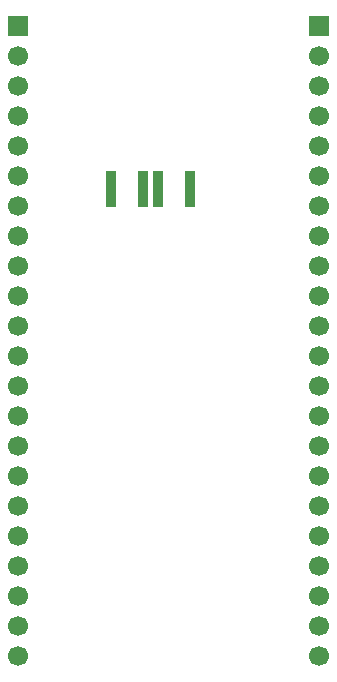
<source format=gbr>
%TF.GenerationSoftware,KiCad,Pcbnew,9.0.2*%
%TF.CreationDate,2025-07-02T00:41:41+02:00*%
%TF.ProjectId,flex_aufsatz,666c6578-5f61-4756-9673-61747a2e6b69,rev?*%
%TF.SameCoordinates,Original*%
%TF.FileFunction,Soldermask,Bot*%
%TF.FilePolarity,Negative*%
%FSLAX46Y46*%
G04 Gerber Fmt 4.6, Leading zero omitted, Abs format (unit mm)*
G04 Created by KiCad (PCBNEW 9.0.2) date 2025-07-02 00:41:41*
%MOMM*%
%LPD*%
G01*
G04 APERTURE LIST*
%ADD10C,0.010000*%
%ADD11R,1.700000X1.700000*%
%ADD12C,1.700000*%
G04 APERTURE END LIST*
D10*
%TO.C,J4*%
X106610000Y-110665000D02*
X105850000Y-110665000D01*
X105850000Y-110215000D01*
X106610000Y-110215000D01*
X106610000Y-110665000D01*
G36*
X106610000Y-110665000D02*
G01*
X105850000Y-110665000D01*
X105850000Y-110215000D01*
X106610000Y-110215000D01*
X106610000Y-110665000D01*
G37*
X106610000Y-111080000D02*
X105850000Y-111080000D01*
X105850000Y-110750000D01*
X106610000Y-110750000D01*
X106610000Y-111080000D01*
G36*
X106610000Y-111080000D02*
G01*
X105850000Y-111080000D01*
X105850000Y-110750000D01*
X106610000Y-110750000D01*
X106610000Y-111080000D01*
G37*
X106610000Y-111480000D02*
X105850000Y-111480000D01*
X105850000Y-111150000D01*
X106610000Y-111150000D01*
X106610000Y-111480000D01*
G36*
X106610000Y-111480000D02*
G01*
X105850000Y-111480000D01*
X105850000Y-111150000D01*
X106610000Y-111150000D01*
X106610000Y-111480000D01*
G37*
X106610000Y-111880000D02*
X105850000Y-111880000D01*
X105850000Y-111550000D01*
X106610000Y-111550000D01*
X106610000Y-111880000D01*
G36*
X106610000Y-111880000D02*
G01*
X105850000Y-111880000D01*
X105850000Y-111550000D01*
X106610000Y-111550000D01*
X106610000Y-111880000D01*
G37*
X106610000Y-112280000D02*
X105850000Y-112280000D01*
X105850000Y-111950000D01*
X106610000Y-111950000D01*
X106610000Y-112280000D01*
G36*
X106610000Y-112280000D02*
G01*
X105850000Y-112280000D01*
X105850000Y-111950000D01*
X106610000Y-111950000D01*
X106610000Y-112280000D01*
G37*
X106610000Y-112680000D02*
X105850000Y-112680000D01*
X105850000Y-112350000D01*
X106610000Y-112350000D01*
X106610000Y-112680000D01*
G36*
X106610000Y-112680000D02*
G01*
X105850000Y-112680000D01*
X105850000Y-112350000D01*
X106610000Y-112350000D01*
X106610000Y-112680000D01*
G37*
X106610000Y-113215000D02*
X105850000Y-113215000D01*
X105850000Y-112765000D01*
X106610000Y-112765000D01*
X106610000Y-113215000D01*
G36*
X106610000Y-113215000D02*
G01*
X105850000Y-113215000D01*
X105850000Y-112765000D01*
X106610000Y-112765000D01*
X106610000Y-113215000D01*
G37*
X109320000Y-110665000D02*
X108560000Y-110665000D01*
X108560000Y-110215000D01*
X109320000Y-110215000D01*
X109320000Y-110665000D01*
G36*
X109320000Y-110665000D02*
G01*
X108560000Y-110665000D01*
X108560000Y-110215000D01*
X109320000Y-110215000D01*
X109320000Y-110665000D01*
G37*
X109320000Y-111080000D02*
X108560000Y-111080000D01*
X108560000Y-110750000D01*
X109320000Y-110750000D01*
X109320000Y-111080000D01*
G36*
X109320000Y-111080000D02*
G01*
X108560000Y-111080000D01*
X108560000Y-110750000D01*
X109320000Y-110750000D01*
X109320000Y-111080000D01*
G37*
X109320000Y-111480000D02*
X108560000Y-111480000D01*
X108560000Y-111150000D01*
X109320000Y-111150000D01*
X109320000Y-111480000D01*
G36*
X109320000Y-111480000D02*
G01*
X108560000Y-111480000D01*
X108560000Y-111150000D01*
X109320000Y-111150000D01*
X109320000Y-111480000D01*
G37*
X109320000Y-111880000D02*
X108560000Y-111880000D01*
X108560000Y-111550000D01*
X109320000Y-111550000D01*
X109320000Y-111880000D01*
G36*
X109320000Y-111880000D02*
G01*
X108560000Y-111880000D01*
X108560000Y-111550000D01*
X109320000Y-111550000D01*
X109320000Y-111880000D01*
G37*
X109320000Y-112280000D02*
X108560000Y-112280000D01*
X108560000Y-111950000D01*
X109320000Y-111950000D01*
X109320000Y-112280000D01*
G36*
X109320000Y-112280000D02*
G01*
X108560000Y-112280000D01*
X108560000Y-111950000D01*
X109320000Y-111950000D01*
X109320000Y-112280000D01*
G37*
X109320000Y-112680000D02*
X108560000Y-112680000D01*
X108560000Y-112350000D01*
X109320000Y-112350000D01*
X109320000Y-112680000D01*
G36*
X109320000Y-112680000D02*
G01*
X108560000Y-112680000D01*
X108560000Y-112350000D01*
X109320000Y-112350000D01*
X109320000Y-112680000D01*
G37*
X109320000Y-113215000D02*
X108560000Y-113215000D01*
X108560000Y-112765000D01*
X109320000Y-112765000D01*
X109320000Y-113215000D01*
G36*
X109320000Y-113215000D02*
G01*
X108560000Y-113215000D01*
X108560000Y-112765000D01*
X109320000Y-112765000D01*
X109320000Y-113215000D01*
G37*
%TO.C,J3*%
X102560000Y-110665000D02*
X101800000Y-110665000D01*
X101800000Y-110215000D01*
X102560000Y-110215000D01*
X102560000Y-110665000D01*
G36*
X102560000Y-110665000D02*
G01*
X101800000Y-110665000D01*
X101800000Y-110215000D01*
X102560000Y-110215000D01*
X102560000Y-110665000D01*
G37*
X102560000Y-111080000D02*
X101800000Y-111080000D01*
X101800000Y-110750000D01*
X102560000Y-110750000D01*
X102560000Y-111080000D01*
G36*
X102560000Y-111080000D02*
G01*
X101800000Y-111080000D01*
X101800000Y-110750000D01*
X102560000Y-110750000D01*
X102560000Y-111080000D01*
G37*
X102560000Y-111480000D02*
X101800000Y-111480000D01*
X101800000Y-111150000D01*
X102560000Y-111150000D01*
X102560000Y-111480000D01*
G36*
X102560000Y-111480000D02*
G01*
X101800000Y-111480000D01*
X101800000Y-111150000D01*
X102560000Y-111150000D01*
X102560000Y-111480000D01*
G37*
X102560000Y-111880000D02*
X101800000Y-111880000D01*
X101800000Y-111550000D01*
X102560000Y-111550000D01*
X102560000Y-111880000D01*
G36*
X102560000Y-111880000D02*
G01*
X101800000Y-111880000D01*
X101800000Y-111550000D01*
X102560000Y-111550000D01*
X102560000Y-111880000D01*
G37*
X102560000Y-112280000D02*
X101800000Y-112280000D01*
X101800000Y-111950000D01*
X102560000Y-111950000D01*
X102560000Y-112280000D01*
G36*
X102560000Y-112280000D02*
G01*
X101800000Y-112280000D01*
X101800000Y-111950000D01*
X102560000Y-111950000D01*
X102560000Y-112280000D01*
G37*
X102560000Y-112680000D02*
X101800000Y-112680000D01*
X101800000Y-112350000D01*
X102560000Y-112350000D01*
X102560000Y-112680000D01*
G36*
X102560000Y-112680000D02*
G01*
X101800000Y-112680000D01*
X101800000Y-112350000D01*
X102560000Y-112350000D01*
X102560000Y-112680000D01*
G37*
X102560000Y-113215000D02*
X101800000Y-113215000D01*
X101800000Y-112765000D01*
X102560000Y-112765000D01*
X102560000Y-113215000D01*
G36*
X102560000Y-113215000D02*
G01*
X101800000Y-113215000D01*
X101800000Y-112765000D01*
X102560000Y-112765000D01*
X102560000Y-113215000D01*
G37*
X105270000Y-110665000D02*
X104510000Y-110665000D01*
X104510000Y-110215000D01*
X105270000Y-110215000D01*
X105270000Y-110665000D01*
G36*
X105270000Y-110665000D02*
G01*
X104510000Y-110665000D01*
X104510000Y-110215000D01*
X105270000Y-110215000D01*
X105270000Y-110665000D01*
G37*
X105270000Y-111080000D02*
X104510000Y-111080000D01*
X104510000Y-110750000D01*
X105270000Y-110750000D01*
X105270000Y-111080000D01*
G36*
X105270000Y-111080000D02*
G01*
X104510000Y-111080000D01*
X104510000Y-110750000D01*
X105270000Y-110750000D01*
X105270000Y-111080000D01*
G37*
X105270000Y-111480000D02*
X104510000Y-111480000D01*
X104510000Y-111150000D01*
X105270000Y-111150000D01*
X105270000Y-111480000D01*
G36*
X105270000Y-111480000D02*
G01*
X104510000Y-111480000D01*
X104510000Y-111150000D01*
X105270000Y-111150000D01*
X105270000Y-111480000D01*
G37*
X105270000Y-111880000D02*
X104510000Y-111880000D01*
X104510000Y-111550000D01*
X105270000Y-111550000D01*
X105270000Y-111880000D01*
G36*
X105270000Y-111880000D02*
G01*
X104510000Y-111880000D01*
X104510000Y-111550000D01*
X105270000Y-111550000D01*
X105270000Y-111880000D01*
G37*
X105270000Y-112280000D02*
X104510000Y-112280000D01*
X104510000Y-111950000D01*
X105270000Y-111950000D01*
X105270000Y-112280000D01*
G36*
X105270000Y-112280000D02*
G01*
X104510000Y-112280000D01*
X104510000Y-111950000D01*
X105270000Y-111950000D01*
X105270000Y-112280000D01*
G37*
X105270000Y-112680000D02*
X104510000Y-112680000D01*
X104510000Y-112350000D01*
X105270000Y-112350000D01*
X105270000Y-112680000D01*
G36*
X105270000Y-112680000D02*
G01*
X104510000Y-112680000D01*
X104510000Y-112350000D01*
X105270000Y-112350000D01*
X105270000Y-112680000D01*
G37*
X105270000Y-113215000D02*
X104510000Y-113215000D01*
X104510000Y-112765000D01*
X105270000Y-112765000D01*
X105270000Y-113215000D01*
G36*
X105270000Y-113215000D02*
G01*
X104510000Y-113215000D01*
X104510000Y-112765000D01*
X105270000Y-112765000D01*
X105270000Y-113215000D01*
G37*
%TD*%
D11*
%TO.C,J1*%
X94390000Y-97950000D03*
D12*
X94390000Y-100490000D03*
X94390000Y-103030000D03*
X94390000Y-105570000D03*
X94390000Y-108110000D03*
X94390000Y-110650000D03*
X94390000Y-113190000D03*
X94390000Y-115730000D03*
X94390000Y-118270000D03*
X94390000Y-120810000D03*
X94390000Y-123350000D03*
X94390000Y-125890000D03*
X94390000Y-128430000D03*
X94390000Y-130970000D03*
X94390000Y-133510000D03*
X94390000Y-136050000D03*
X94390000Y-138590000D03*
X94390000Y-141130000D03*
X94390000Y-143670000D03*
X94390000Y-146210000D03*
X94390000Y-148750000D03*
X94390000Y-151290000D03*
%TD*%
D11*
%TO.C,J2*%
X119900000Y-97950000D03*
D12*
X119900000Y-100490000D03*
X119900000Y-103030000D03*
X119900000Y-105570000D03*
X119900000Y-108110000D03*
X119900000Y-110650000D03*
X119900000Y-113190000D03*
X119900000Y-115730000D03*
X119900000Y-118270000D03*
X119900000Y-120810000D03*
X119900000Y-123350000D03*
X119900000Y-125890000D03*
X119900000Y-128430000D03*
X119900000Y-130970000D03*
X119900000Y-133510000D03*
X119900000Y-136050000D03*
X119900000Y-138590000D03*
X119900000Y-141130000D03*
X119900000Y-143670000D03*
X119900000Y-146210000D03*
X119900000Y-148750000D03*
X119900000Y-151290000D03*
%TD*%
M02*

</source>
